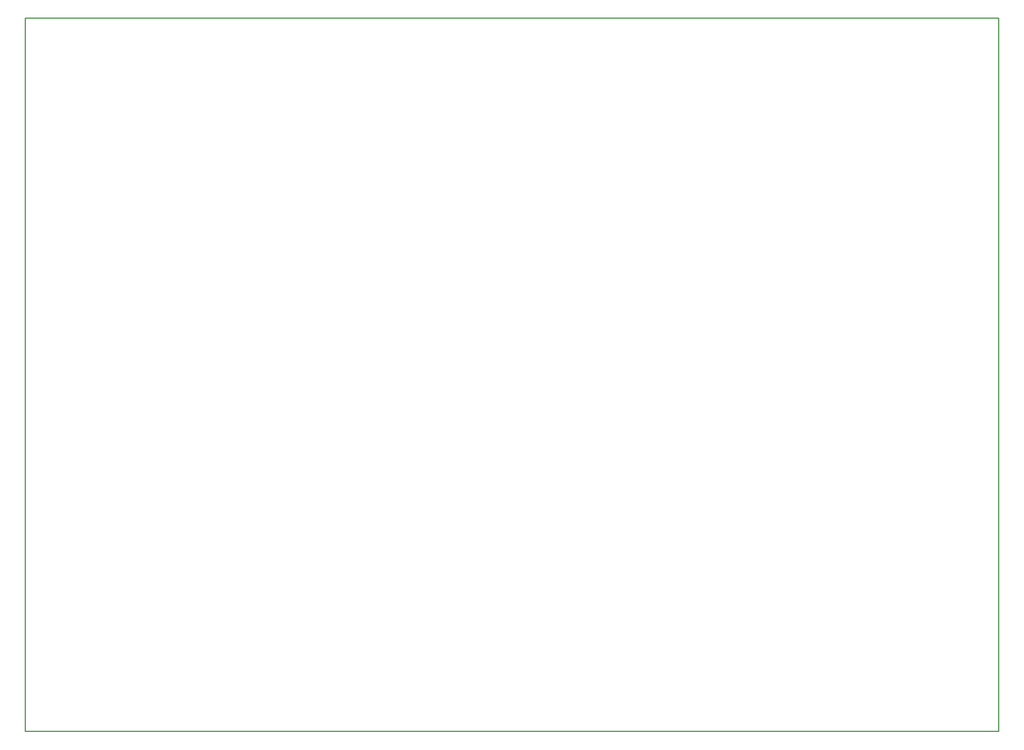
<source format=gm1>
G04 Layer_Color=16711935*
%FSLAX44Y44*%
%MOMM*%
G71*
G01*
G75*
%ADD10C,0.2000*%
D10*
X255000Y1150000D02*
Y2250000D01*
Y1150000D02*
X1755000D01*
Y2250000D01*
X255000D02*
X1755000D01*
M02*

</source>
